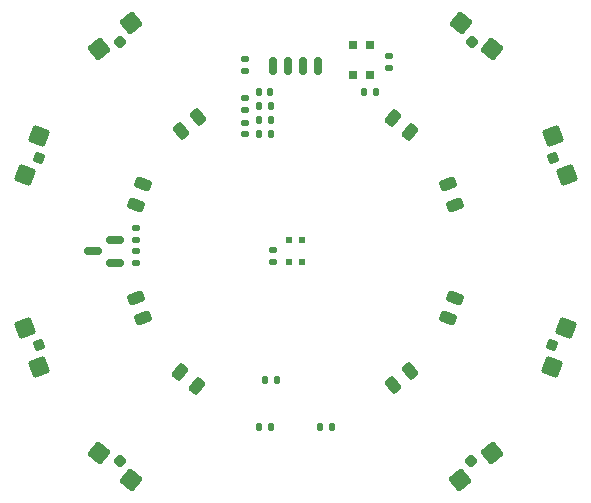
<source format=gbr>
G04 #@! TF.GenerationSoftware,KiCad,Pcbnew,8.0.8*
G04 #@! TF.CreationDate,2025-01-26T21:40:06-06:00*
G04 #@! TF.ProjectId,kbxIrBlaster,6b627849-7242-46c6-9173-7465722e6b69,rev?*
G04 #@! TF.SameCoordinates,Original*
G04 #@! TF.FileFunction,Paste,Bot*
G04 #@! TF.FilePolarity,Positive*
%FSLAX46Y46*%
G04 Gerber Fmt 4.6, Leading zero omitted, Abs format (unit mm)*
G04 Created by KiCad (PCBNEW 8.0.8) date 2025-01-26 21:40:06*
%MOMM*%
%LPD*%
G01*
G04 APERTURE LIST*
G04 Aperture macros list*
%AMRoundRect*
0 Rectangle with rounded corners*
0 $1 Rounding radius*
0 $2 $3 $4 $5 $6 $7 $8 $9 X,Y pos of 4 corners*
0 Add a 4 corners polygon primitive as box body*
4,1,4,$2,$3,$4,$5,$6,$7,$8,$9,$2,$3,0*
0 Add four circle primitives for the rounded corners*
1,1,$1+$1,$2,$3*
1,1,$1+$1,$4,$5*
1,1,$1+$1,$6,$7*
1,1,$1+$1,$8,$9*
0 Add four rect primitives between the rounded corners*
20,1,$1+$1,$2,$3,$4,$5,0*
20,1,$1+$1,$4,$5,$6,$7,0*
20,1,$1+$1,$6,$7,$8,$9,0*
20,1,$1+$1,$8,$9,$2,$3,0*%
G04 Aperture macros list end*
%ADD10RoundRect,0.150000X0.587500X0.150000X-0.587500X0.150000X-0.587500X-0.150000X0.587500X-0.150000X0*%
%ADD11RoundRect,0.250000X0.704416X0.061628X-0.061628X0.704416X-0.704416X-0.061628X0.061628X-0.704416X0*%
%ADD12RoundRect,0.225000X0.316987X0.027733X-0.027733X0.316987X-0.316987X-0.027733X0.027733X-0.316987X0*%
%ADD13RoundRect,0.250000X0.061628X0.704416X-0.704416X0.061628X-0.061628X-0.704416X0.704416X-0.061628X0*%
%ADD14RoundRect,0.225000X0.027733X0.316987X-0.316987X0.027733X-0.027733X-0.316987X0.316987X-0.027733X0*%
%ADD15RoundRect,0.140000X0.170000X-0.140000X0.170000X0.140000X-0.170000X0.140000X-0.170000X-0.140000X0*%
%ADD16RoundRect,0.135000X0.135000X0.185000X-0.135000X0.185000X-0.135000X-0.185000X0.135000X-0.185000X0*%
%ADD17R,0.560000X0.560000*%
%ADD18RoundRect,0.135000X-0.135000X-0.185000X0.135000X-0.185000X0.135000X0.185000X-0.135000X0.185000X0*%
%ADD19RoundRect,0.250000X-0.704416X-0.061628X0.061628X-0.704416X0.704416X0.061628X-0.061628X0.704416X0*%
%ADD20RoundRect,0.225000X-0.316987X-0.027733X0.027733X-0.316987X0.316987X0.027733X-0.027733X0.316987X0*%
%ADD21RoundRect,0.243750X-0.479995X-0.192828X-0.106549X-0.506187X0.479995X0.192828X0.106549X0.506187X0*%
%ADD22RoundRect,0.243750X-0.345367X0.385097X-0.512102X-0.073003X0.345367X-0.385097X0.512102X0.073003X0*%
%ADD23RoundRect,0.250000X0.298836X-0.640856X0.640856X0.298836X-0.298836X0.640856X-0.640856X-0.298836X0*%
%ADD24RoundRect,0.225000X0.134476X-0.288385X0.288385X0.134476X-0.134476X0.288385X-0.288385X-0.134476X0*%
%ADD25RoundRect,0.243750X-0.512102X0.073003X-0.345367X-0.385097X0.512102X-0.073003X0.345367X0.385097X0*%
%ADD26RoundRect,0.250000X-0.640856X0.298836X-0.298836X-0.640856X0.640856X-0.298836X0.298836X0.640856X0*%
%ADD27RoundRect,0.225000X-0.288385X0.134476X-0.134476X-0.288385X0.288385X-0.134476X0.134476X0.288385X0*%
%ADD28RoundRect,0.243750X0.345367X-0.385097X0.512102X0.073003X-0.345367X0.385097X-0.512102X-0.073003X0*%
%ADD29RoundRect,0.250000X0.640856X-0.298836X0.298836X0.640856X-0.640856X0.298836X-0.298836X-0.640856X0*%
%ADD30RoundRect,0.225000X0.288385X-0.134476X0.134476X0.288385X-0.288385X0.134476X-0.134476X-0.288385X0*%
%ADD31RoundRect,0.243750X-0.106549X0.506187X-0.479995X0.192828X0.106549X-0.506187X0.479995X-0.192828X0*%
%ADD32RoundRect,0.135000X-0.185000X0.135000X-0.185000X-0.135000X0.185000X-0.135000X0.185000X0.135000X0*%
%ADD33RoundRect,0.135000X0.185000X-0.135000X0.185000X0.135000X-0.185000X0.135000X-0.185000X-0.135000X0*%
%ADD34RoundRect,0.243750X0.512102X-0.073003X0.345367X0.385097X-0.512102X0.073003X-0.345367X-0.385097X0*%
%ADD35RoundRect,0.243750X0.479995X0.192828X0.106549X0.506187X-0.479995X-0.192828X-0.106549X-0.506187X0*%
%ADD36RoundRect,0.140000X-0.140000X-0.170000X0.140000X-0.170000X0.140000X0.170000X-0.140000X0.170000X0*%
%ADD37RoundRect,0.250000X-0.061628X-0.704416X0.704416X-0.061628X0.061628X0.704416X-0.704416X0.061628X0*%
%ADD38RoundRect,0.225000X-0.027733X-0.316987X0.316987X-0.027733X0.027733X0.316987X-0.316987X0.027733X0*%
%ADD39RoundRect,0.140000X0.140000X0.170000X-0.140000X0.170000X-0.140000X-0.170000X0.140000X-0.170000X0*%
%ADD40RoundRect,0.243750X0.106549X-0.506187X0.479995X-0.192828X-0.106549X0.506187X-0.479995X0.192828X0*%
%ADD41R,0.640000X0.800000*%
%ADD42RoundRect,0.160000X-0.160000X-0.560000X0.160000X-0.560000X0.160000X0.560000X-0.160000X0.560000X0*%
%ADD43RoundRect,0.140000X-0.170000X0.140000X-0.170000X-0.140000X0.170000X-0.140000X0.170000X0.140000X0*%
%ADD44RoundRect,0.250000X-0.298836X0.640856X-0.640856X-0.298836X0.298836X-0.640856X0.640856X0.298836X0*%
%ADD45RoundRect,0.225000X-0.134476X0.288385X-0.288385X-0.134476X0.134476X-0.288385X0.288385X0.134476X0*%
G04 APERTURE END LIST*
D10*
X134737500Y-89050000D03*
X134737500Y-90950000D03*
X132862500Y-90000000D03*
D11*
X166669184Y-72907901D03*
X163988028Y-70658144D03*
D12*
X164910794Y-72280951D03*
D13*
X136061972Y-70658144D03*
X133380816Y-72907901D03*
D14*
X135139204Y-72280951D03*
D15*
X148100000Y-90880000D03*
X148100000Y-89920000D03*
D16*
X147910000Y-80100000D03*
X146890000Y-80100000D03*
D17*
X149450000Y-89085000D03*
X150550000Y-89085000D03*
X150550000Y-90915000D03*
X149450000Y-90915000D03*
D18*
X152090000Y-104900000D03*
X153110000Y-104900000D03*
D19*
X133380816Y-107092099D03*
X136061972Y-109341856D03*
D20*
X135139206Y-107719049D03*
D21*
X140231833Y-100197387D03*
X141668167Y-101402613D03*
D22*
X137120644Y-84319039D03*
X136479356Y-86080961D03*
D23*
X171731618Y-99773452D03*
X172928689Y-96484527D03*
D24*
X171719353Y-97906677D03*
D25*
X136479356Y-93919038D03*
X137120644Y-95680962D03*
D26*
X127071311Y-96484527D03*
X128268381Y-99773452D03*
D27*
X128280647Y-97906677D03*
D28*
X162879356Y-95680962D03*
X163520644Y-93919038D03*
D29*
X172978689Y-83515473D03*
X171781618Y-80226548D03*
D30*
X171769353Y-82093324D03*
D18*
X146890000Y-77700000D03*
X147910000Y-77700000D03*
D31*
X141718167Y-78647387D03*
X140281833Y-79852613D03*
D16*
X147910000Y-78900000D03*
X146890000Y-78900000D03*
D32*
X136500000Y-88040000D03*
X136500000Y-89060000D03*
D33*
X145700000Y-78010000D03*
X145700000Y-76990000D03*
D32*
X145700000Y-73690000D03*
X145700000Y-74710000D03*
D34*
X163520644Y-86080961D03*
X162879356Y-84319039D03*
D35*
X159718167Y-79902613D03*
X158281833Y-78697387D03*
D36*
X147463498Y-100900000D03*
X148423498Y-100900000D03*
D37*
X163938028Y-109341856D03*
X166619184Y-107092099D03*
D38*
X164860794Y-107719049D03*
D39*
X147880000Y-76500000D03*
X146920000Y-76500000D03*
D40*
X158281833Y-101302613D03*
X159718167Y-100097387D03*
D41*
X156300000Y-75050000D03*
X154900000Y-75050000D03*
X154900000Y-72550000D03*
X156300000Y-72550000D03*
D32*
X157900000Y-73490000D03*
X157900000Y-74510000D03*
X136500000Y-89940000D03*
X136500000Y-90960000D03*
D42*
X148095000Y-74300000D03*
X149365000Y-74300000D03*
X150635000Y-74300000D03*
X151905000Y-74300000D03*
D16*
X147910000Y-104900000D03*
X146890000Y-104900000D03*
X156810000Y-76550000D03*
X155790000Y-76550000D03*
D43*
X145700000Y-79120000D03*
X145700000Y-80080000D03*
D44*
X128268381Y-80226548D03*
X127071311Y-83515473D03*
D45*
X128280647Y-82093323D03*
M02*

</source>
